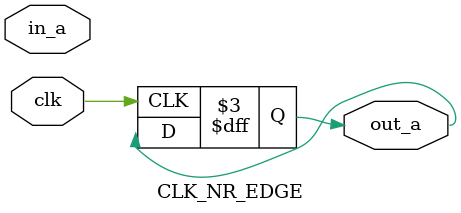
<source format=v>
module CLK_NR_EDGE (clk, in_a, out_a);
   input clk, in_a;
   output reg out_a;

   always @(posedge clk)
   if (~clk)
   out_a = in_a;
endmodule


</source>
